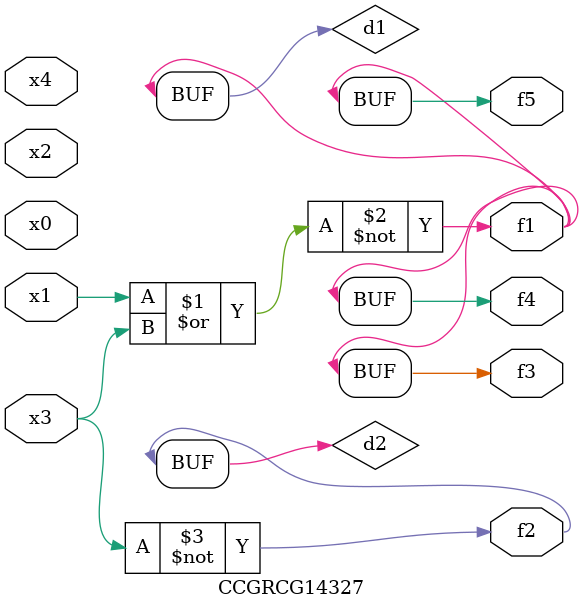
<source format=v>
module CCGRCG14327(
	input x0, x1, x2, x3, x4,
	output f1, f2, f3, f4, f5
);

	wire d1, d2;

	nor (d1, x1, x3);
	not (d2, x3);
	assign f1 = d1;
	assign f2 = d2;
	assign f3 = d1;
	assign f4 = d1;
	assign f5 = d1;
endmodule

</source>
